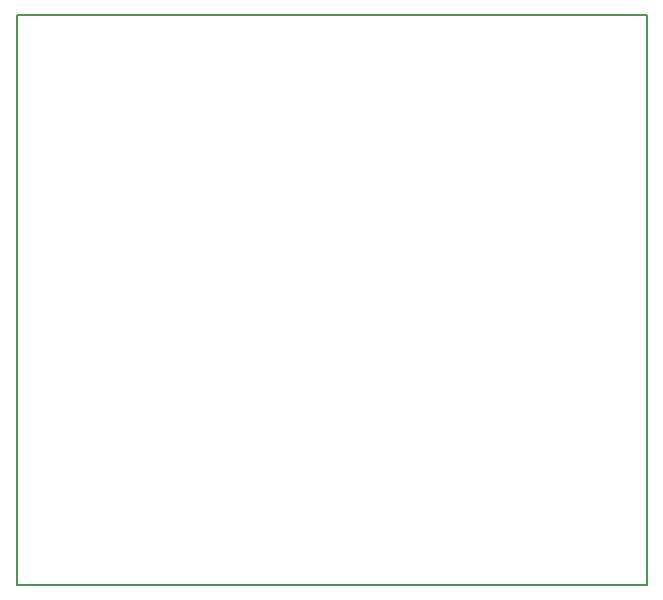
<source format=gm1>
G04 #@! TF.FileFunction,Profile,NP*
%FSLAX46Y46*%
G04 Gerber Fmt 4.6, Leading zero omitted, Abs format (unit mm)*
G04 Created by KiCad (PCBNEW 4.0.2-stable) date Monday, September 05, 2016 'PMt' 06:21:07 PM*
%MOMM*%
G01*
G04 APERTURE LIST*
%ADD10C,0.100000*%
%ADD11C,0.150000*%
G04 APERTURE END LIST*
D10*
D11*
X109220000Y-66040000D02*
X162560000Y-66040000D01*
X109220000Y-114300000D02*
X109220000Y-66040000D01*
X162560000Y-114300000D02*
X109220000Y-114300000D01*
X162560000Y-66040000D02*
X162560000Y-114300000D01*
M02*

</source>
